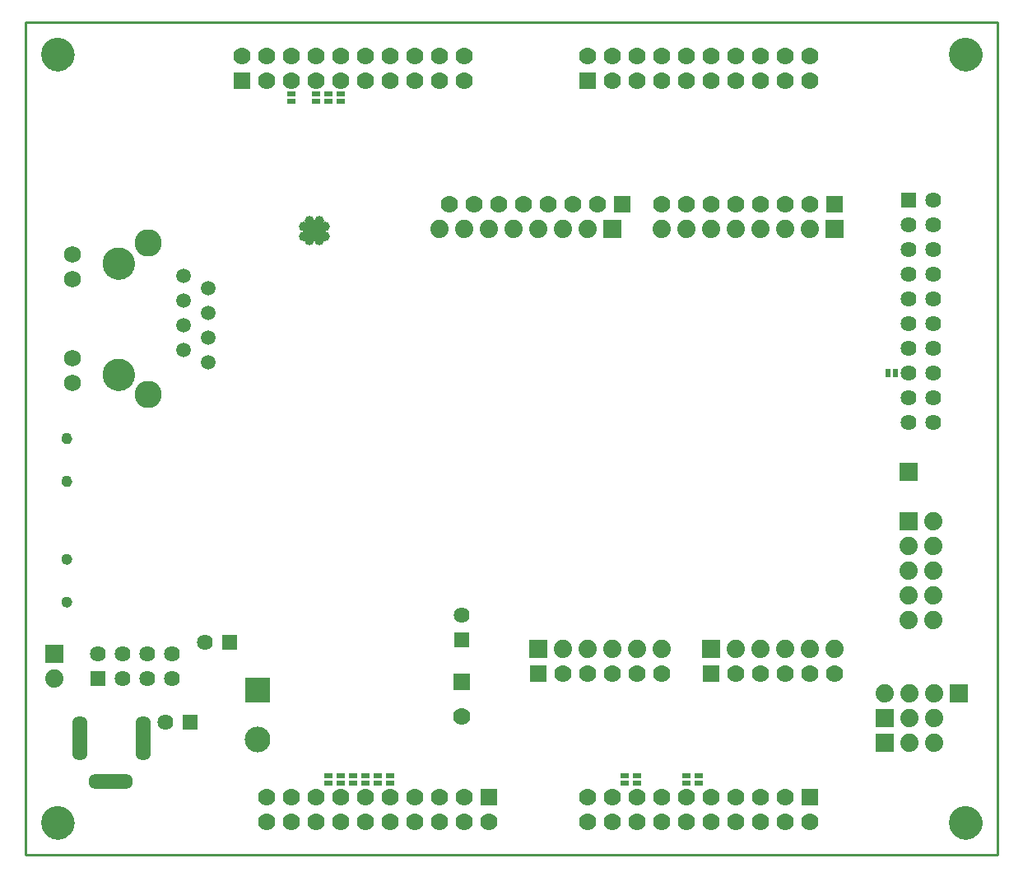
<source format=gbs>
G75*
%MOIN*%
%OFA0B0*%
%FSLAX24Y24*%
%IPPOS*%
%LPD*%
%AMOC8*
5,1,8,0,0,1.08239X$1,22.5*
%
%ADD10C,0.0100*%
%ADD11C,0.0000*%
%ADD12C,0.1340*%
%ADD13R,0.0740X0.0740*%
%ADD14C,0.0740*%
%ADD15R,0.0240X0.0340*%
%ADD16R,0.0640X0.0640*%
%ADD17C,0.0640*%
%ADD18R,0.0700X0.0700*%
%ADD19C,0.0700*%
%ADD20C,0.0634*%
%ADD21C,0.1040*%
%ADD22R,0.1040X0.1040*%
%ADD23C,0.0434*%
%ADD24R,0.0340X0.0240*%
%ADD25C,0.0594*%
%ADD26C,0.1103*%
%ADD27C,0.0690*%
%ADD28C,0.1300*%
%ADD29C,0.0808*%
%ADD30C,0.0397*%
D10*
X008401Y002140D02*
X008401Y035840D01*
X047771Y035840D01*
X047771Y002140D01*
X008401Y002140D01*
D11*
X009051Y003440D02*
X009053Y003490D01*
X009059Y003540D01*
X009069Y003590D01*
X009082Y003638D01*
X009099Y003686D01*
X009120Y003732D01*
X009144Y003776D01*
X009172Y003818D01*
X009203Y003858D01*
X009237Y003895D01*
X009274Y003930D01*
X009313Y003961D01*
X009354Y003990D01*
X009398Y004015D01*
X009444Y004037D01*
X009491Y004055D01*
X009539Y004069D01*
X009588Y004080D01*
X009638Y004087D01*
X009688Y004090D01*
X009739Y004089D01*
X009789Y004084D01*
X009839Y004075D01*
X009887Y004063D01*
X009935Y004046D01*
X009981Y004026D01*
X010026Y004003D01*
X010069Y003976D01*
X010109Y003946D01*
X010147Y003913D01*
X010182Y003877D01*
X010215Y003838D01*
X010244Y003797D01*
X010270Y003754D01*
X010293Y003709D01*
X010312Y003662D01*
X010327Y003614D01*
X010339Y003565D01*
X010347Y003515D01*
X010351Y003465D01*
X010351Y003415D01*
X010347Y003365D01*
X010339Y003315D01*
X010327Y003266D01*
X010312Y003218D01*
X010293Y003171D01*
X010270Y003126D01*
X010244Y003083D01*
X010215Y003042D01*
X010182Y003003D01*
X010147Y002967D01*
X010109Y002934D01*
X010069Y002904D01*
X010026Y002877D01*
X009981Y002854D01*
X009935Y002834D01*
X009887Y002817D01*
X009839Y002805D01*
X009789Y002796D01*
X009739Y002791D01*
X009688Y002790D01*
X009638Y002793D01*
X009588Y002800D01*
X009539Y002811D01*
X009491Y002825D01*
X009444Y002843D01*
X009398Y002865D01*
X009354Y002890D01*
X009313Y002919D01*
X009274Y002950D01*
X009237Y002985D01*
X009203Y003022D01*
X009172Y003062D01*
X009144Y003104D01*
X009120Y003148D01*
X009099Y003194D01*
X009082Y003242D01*
X009069Y003290D01*
X009059Y003340D01*
X009053Y003390D01*
X009051Y003440D01*
X009854Y012384D02*
X009856Y012411D01*
X009862Y012438D01*
X009871Y012464D01*
X009884Y012488D01*
X009900Y012511D01*
X009919Y012530D01*
X009941Y012547D01*
X009965Y012561D01*
X009990Y012571D01*
X010017Y012578D01*
X010044Y012581D01*
X010072Y012580D01*
X010099Y012575D01*
X010125Y012567D01*
X010149Y012555D01*
X010172Y012539D01*
X010193Y012521D01*
X010210Y012500D01*
X010225Y012476D01*
X010236Y012451D01*
X010244Y012425D01*
X010248Y012398D01*
X010248Y012370D01*
X010244Y012343D01*
X010236Y012317D01*
X010225Y012292D01*
X010210Y012268D01*
X010193Y012247D01*
X010172Y012229D01*
X010150Y012213D01*
X010125Y012201D01*
X010099Y012193D01*
X010072Y012188D01*
X010044Y012187D01*
X010017Y012190D01*
X009990Y012197D01*
X009965Y012207D01*
X009941Y012221D01*
X009919Y012238D01*
X009900Y012257D01*
X009884Y012280D01*
X009871Y012304D01*
X009862Y012330D01*
X009856Y012357D01*
X009854Y012384D01*
X009854Y014116D02*
X009856Y014143D01*
X009862Y014170D01*
X009871Y014196D01*
X009884Y014220D01*
X009900Y014243D01*
X009919Y014262D01*
X009941Y014279D01*
X009965Y014293D01*
X009990Y014303D01*
X010017Y014310D01*
X010044Y014313D01*
X010072Y014312D01*
X010099Y014307D01*
X010125Y014299D01*
X010149Y014287D01*
X010172Y014271D01*
X010193Y014253D01*
X010210Y014232D01*
X010225Y014208D01*
X010236Y014183D01*
X010244Y014157D01*
X010248Y014130D01*
X010248Y014102D01*
X010244Y014075D01*
X010236Y014049D01*
X010225Y014024D01*
X010210Y014000D01*
X010193Y013979D01*
X010172Y013961D01*
X010150Y013945D01*
X010125Y013933D01*
X010099Y013925D01*
X010072Y013920D01*
X010044Y013919D01*
X010017Y013922D01*
X009990Y013929D01*
X009965Y013939D01*
X009941Y013953D01*
X009919Y013970D01*
X009900Y013989D01*
X009884Y014012D01*
X009871Y014036D01*
X009862Y014062D01*
X009856Y014089D01*
X009854Y014116D01*
X009854Y017264D02*
X009856Y017291D01*
X009862Y017318D01*
X009871Y017344D01*
X009884Y017368D01*
X009900Y017391D01*
X009919Y017410D01*
X009941Y017427D01*
X009965Y017441D01*
X009990Y017451D01*
X010017Y017458D01*
X010044Y017461D01*
X010072Y017460D01*
X010099Y017455D01*
X010125Y017447D01*
X010149Y017435D01*
X010172Y017419D01*
X010193Y017401D01*
X010210Y017380D01*
X010225Y017356D01*
X010236Y017331D01*
X010244Y017305D01*
X010248Y017278D01*
X010248Y017250D01*
X010244Y017223D01*
X010236Y017197D01*
X010225Y017172D01*
X010210Y017148D01*
X010193Y017127D01*
X010172Y017109D01*
X010150Y017093D01*
X010125Y017081D01*
X010099Y017073D01*
X010072Y017068D01*
X010044Y017067D01*
X010017Y017070D01*
X009990Y017077D01*
X009965Y017087D01*
X009941Y017101D01*
X009919Y017118D01*
X009900Y017137D01*
X009884Y017160D01*
X009871Y017184D01*
X009862Y017210D01*
X009856Y017237D01*
X009854Y017264D01*
X009854Y018996D02*
X009856Y019023D01*
X009862Y019050D01*
X009871Y019076D01*
X009884Y019100D01*
X009900Y019123D01*
X009919Y019142D01*
X009941Y019159D01*
X009965Y019173D01*
X009990Y019183D01*
X010017Y019190D01*
X010044Y019193D01*
X010072Y019192D01*
X010099Y019187D01*
X010125Y019179D01*
X010149Y019167D01*
X010172Y019151D01*
X010193Y019133D01*
X010210Y019112D01*
X010225Y019088D01*
X010236Y019063D01*
X010244Y019037D01*
X010248Y019010D01*
X010248Y018982D01*
X010244Y018955D01*
X010236Y018929D01*
X010225Y018904D01*
X010210Y018880D01*
X010193Y018859D01*
X010172Y018841D01*
X010150Y018825D01*
X010125Y018813D01*
X010099Y018805D01*
X010072Y018800D01*
X010044Y018799D01*
X010017Y018802D01*
X009990Y018809D01*
X009965Y018819D01*
X009941Y018833D01*
X009919Y018850D01*
X009900Y018869D01*
X009884Y018892D01*
X009871Y018916D01*
X009862Y018942D01*
X009856Y018969D01*
X009854Y018996D01*
X011530Y021584D02*
X011532Y021634D01*
X011538Y021684D01*
X011548Y021733D01*
X011562Y021781D01*
X011579Y021828D01*
X011600Y021873D01*
X011625Y021917D01*
X011653Y021958D01*
X011685Y021997D01*
X011719Y022034D01*
X011756Y022068D01*
X011796Y022098D01*
X011838Y022125D01*
X011882Y022149D01*
X011928Y022170D01*
X011975Y022186D01*
X012023Y022199D01*
X012073Y022208D01*
X012122Y022213D01*
X012173Y022214D01*
X012223Y022211D01*
X012272Y022204D01*
X012321Y022193D01*
X012369Y022178D01*
X012415Y022160D01*
X012460Y022138D01*
X012503Y022112D01*
X012544Y022083D01*
X012583Y022051D01*
X012619Y022016D01*
X012651Y021978D01*
X012681Y021938D01*
X012708Y021895D01*
X012731Y021851D01*
X012750Y021805D01*
X012766Y021757D01*
X012778Y021708D01*
X012786Y021659D01*
X012790Y021609D01*
X012790Y021559D01*
X012786Y021509D01*
X012778Y021460D01*
X012766Y021411D01*
X012750Y021363D01*
X012731Y021317D01*
X012708Y021273D01*
X012681Y021230D01*
X012651Y021190D01*
X012619Y021152D01*
X012583Y021117D01*
X012544Y021085D01*
X012503Y021056D01*
X012460Y021030D01*
X012415Y021008D01*
X012369Y020990D01*
X012321Y020975D01*
X012272Y020964D01*
X012223Y020957D01*
X012173Y020954D01*
X012122Y020955D01*
X012073Y020960D01*
X012023Y020969D01*
X011975Y020982D01*
X011928Y020998D01*
X011882Y021019D01*
X011838Y021043D01*
X011796Y021070D01*
X011756Y021100D01*
X011719Y021134D01*
X011685Y021171D01*
X011653Y021210D01*
X011625Y021251D01*
X011600Y021295D01*
X011579Y021340D01*
X011562Y021387D01*
X011548Y021435D01*
X011538Y021484D01*
X011532Y021534D01*
X011530Y021584D01*
X011530Y026084D02*
X011532Y026134D01*
X011538Y026184D01*
X011548Y026233D01*
X011562Y026281D01*
X011579Y026328D01*
X011600Y026373D01*
X011625Y026417D01*
X011653Y026458D01*
X011685Y026497D01*
X011719Y026534D01*
X011756Y026568D01*
X011796Y026598D01*
X011838Y026625D01*
X011882Y026649D01*
X011928Y026670D01*
X011975Y026686D01*
X012023Y026699D01*
X012073Y026708D01*
X012122Y026713D01*
X012173Y026714D01*
X012223Y026711D01*
X012272Y026704D01*
X012321Y026693D01*
X012369Y026678D01*
X012415Y026660D01*
X012460Y026638D01*
X012503Y026612D01*
X012544Y026583D01*
X012583Y026551D01*
X012619Y026516D01*
X012651Y026478D01*
X012681Y026438D01*
X012708Y026395D01*
X012731Y026351D01*
X012750Y026305D01*
X012766Y026257D01*
X012778Y026208D01*
X012786Y026159D01*
X012790Y026109D01*
X012790Y026059D01*
X012786Y026009D01*
X012778Y025960D01*
X012766Y025911D01*
X012750Y025863D01*
X012731Y025817D01*
X012708Y025773D01*
X012681Y025730D01*
X012651Y025690D01*
X012619Y025652D01*
X012583Y025617D01*
X012544Y025585D01*
X012503Y025556D01*
X012460Y025530D01*
X012415Y025508D01*
X012369Y025490D01*
X012321Y025475D01*
X012272Y025464D01*
X012223Y025457D01*
X012173Y025454D01*
X012122Y025455D01*
X012073Y025460D01*
X012023Y025469D01*
X011975Y025482D01*
X011928Y025498D01*
X011882Y025519D01*
X011838Y025543D01*
X011796Y025570D01*
X011756Y025600D01*
X011719Y025634D01*
X011685Y025671D01*
X011653Y025710D01*
X011625Y025751D01*
X011600Y025795D01*
X011579Y025840D01*
X011562Y025887D01*
X011548Y025935D01*
X011538Y025984D01*
X011532Y026034D01*
X011530Y026084D01*
X009051Y034540D02*
X009053Y034590D01*
X009059Y034640D01*
X009069Y034690D01*
X009082Y034738D01*
X009099Y034786D01*
X009120Y034832D01*
X009144Y034876D01*
X009172Y034918D01*
X009203Y034958D01*
X009237Y034995D01*
X009274Y035030D01*
X009313Y035061D01*
X009354Y035090D01*
X009398Y035115D01*
X009444Y035137D01*
X009491Y035155D01*
X009539Y035169D01*
X009588Y035180D01*
X009638Y035187D01*
X009688Y035190D01*
X009739Y035189D01*
X009789Y035184D01*
X009839Y035175D01*
X009887Y035163D01*
X009935Y035146D01*
X009981Y035126D01*
X010026Y035103D01*
X010069Y035076D01*
X010109Y035046D01*
X010147Y035013D01*
X010182Y034977D01*
X010215Y034938D01*
X010244Y034897D01*
X010270Y034854D01*
X010293Y034809D01*
X010312Y034762D01*
X010327Y034714D01*
X010339Y034665D01*
X010347Y034615D01*
X010351Y034565D01*
X010351Y034515D01*
X010347Y034465D01*
X010339Y034415D01*
X010327Y034366D01*
X010312Y034318D01*
X010293Y034271D01*
X010270Y034226D01*
X010244Y034183D01*
X010215Y034142D01*
X010182Y034103D01*
X010147Y034067D01*
X010109Y034034D01*
X010069Y034004D01*
X010026Y033977D01*
X009981Y033954D01*
X009935Y033934D01*
X009887Y033917D01*
X009839Y033905D01*
X009789Y033896D01*
X009739Y033891D01*
X009688Y033890D01*
X009638Y033893D01*
X009588Y033900D01*
X009539Y033911D01*
X009491Y033925D01*
X009444Y033943D01*
X009398Y033965D01*
X009354Y033990D01*
X009313Y034019D01*
X009274Y034050D01*
X009237Y034085D01*
X009203Y034122D01*
X009172Y034162D01*
X009144Y034204D01*
X009120Y034248D01*
X009099Y034294D01*
X009082Y034342D01*
X009069Y034390D01*
X009059Y034440D01*
X009053Y034490D01*
X009051Y034540D01*
X045821Y034540D02*
X045823Y034590D01*
X045829Y034640D01*
X045839Y034690D01*
X045852Y034738D01*
X045869Y034786D01*
X045890Y034832D01*
X045914Y034876D01*
X045942Y034918D01*
X045973Y034958D01*
X046007Y034995D01*
X046044Y035030D01*
X046083Y035061D01*
X046124Y035090D01*
X046168Y035115D01*
X046214Y035137D01*
X046261Y035155D01*
X046309Y035169D01*
X046358Y035180D01*
X046408Y035187D01*
X046458Y035190D01*
X046509Y035189D01*
X046559Y035184D01*
X046609Y035175D01*
X046657Y035163D01*
X046705Y035146D01*
X046751Y035126D01*
X046796Y035103D01*
X046839Y035076D01*
X046879Y035046D01*
X046917Y035013D01*
X046952Y034977D01*
X046985Y034938D01*
X047014Y034897D01*
X047040Y034854D01*
X047063Y034809D01*
X047082Y034762D01*
X047097Y034714D01*
X047109Y034665D01*
X047117Y034615D01*
X047121Y034565D01*
X047121Y034515D01*
X047117Y034465D01*
X047109Y034415D01*
X047097Y034366D01*
X047082Y034318D01*
X047063Y034271D01*
X047040Y034226D01*
X047014Y034183D01*
X046985Y034142D01*
X046952Y034103D01*
X046917Y034067D01*
X046879Y034034D01*
X046839Y034004D01*
X046796Y033977D01*
X046751Y033954D01*
X046705Y033934D01*
X046657Y033917D01*
X046609Y033905D01*
X046559Y033896D01*
X046509Y033891D01*
X046458Y033890D01*
X046408Y033893D01*
X046358Y033900D01*
X046309Y033911D01*
X046261Y033925D01*
X046214Y033943D01*
X046168Y033965D01*
X046124Y033990D01*
X046083Y034019D01*
X046044Y034050D01*
X046007Y034085D01*
X045973Y034122D01*
X045942Y034162D01*
X045914Y034204D01*
X045890Y034248D01*
X045869Y034294D01*
X045852Y034342D01*
X045839Y034390D01*
X045829Y034440D01*
X045823Y034490D01*
X045821Y034540D01*
X045821Y003440D02*
X045823Y003490D01*
X045829Y003540D01*
X045839Y003590D01*
X045852Y003638D01*
X045869Y003686D01*
X045890Y003732D01*
X045914Y003776D01*
X045942Y003818D01*
X045973Y003858D01*
X046007Y003895D01*
X046044Y003930D01*
X046083Y003961D01*
X046124Y003990D01*
X046168Y004015D01*
X046214Y004037D01*
X046261Y004055D01*
X046309Y004069D01*
X046358Y004080D01*
X046408Y004087D01*
X046458Y004090D01*
X046509Y004089D01*
X046559Y004084D01*
X046609Y004075D01*
X046657Y004063D01*
X046705Y004046D01*
X046751Y004026D01*
X046796Y004003D01*
X046839Y003976D01*
X046879Y003946D01*
X046917Y003913D01*
X046952Y003877D01*
X046985Y003838D01*
X047014Y003797D01*
X047040Y003754D01*
X047063Y003709D01*
X047082Y003662D01*
X047097Y003614D01*
X047109Y003565D01*
X047117Y003515D01*
X047121Y003465D01*
X047121Y003415D01*
X047117Y003365D01*
X047109Y003315D01*
X047097Y003266D01*
X047082Y003218D01*
X047063Y003171D01*
X047040Y003126D01*
X047014Y003083D01*
X046985Y003042D01*
X046952Y003003D01*
X046917Y002967D01*
X046879Y002934D01*
X046839Y002904D01*
X046796Y002877D01*
X046751Y002854D01*
X046705Y002834D01*
X046657Y002817D01*
X046609Y002805D01*
X046559Y002796D01*
X046509Y002791D01*
X046458Y002790D01*
X046408Y002793D01*
X046358Y002800D01*
X046309Y002811D01*
X046261Y002825D01*
X046214Y002843D01*
X046168Y002865D01*
X046124Y002890D01*
X046083Y002919D01*
X046044Y002950D01*
X046007Y002985D01*
X045973Y003022D01*
X045942Y003062D01*
X045914Y003104D01*
X045890Y003148D01*
X045869Y003194D01*
X045852Y003242D01*
X045839Y003290D01*
X045829Y003340D01*
X045823Y003390D01*
X045821Y003440D01*
D12*
X046471Y003440D03*
X009701Y003440D03*
X009701Y034540D03*
X046471Y034540D03*
D13*
X041151Y027490D03*
X032151Y027490D03*
X044151Y017640D03*
X044151Y015640D03*
X036151Y010490D03*
X043191Y007680D03*
X043191Y006680D03*
X046191Y008680D03*
X029151Y010490D03*
X009551Y010290D03*
D14*
X009551Y009290D03*
X030151Y010490D03*
X031151Y010490D03*
X032151Y010490D03*
X033151Y010490D03*
X034151Y010490D03*
X037151Y010490D03*
X038151Y010490D03*
X039151Y010490D03*
X040151Y010490D03*
X041151Y010490D03*
X043191Y008680D03*
X044191Y008680D03*
X044191Y007680D03*
X045191Y007680D03*
X045191Y008680D03*
X045191Y006680D03*
X044191Y006680D03*
X044151Y011640D03*
X045151Y011640D03*
X045151Y012640D03*
X044151Y012640D03*
X044151Y013640D03*
X045151Y013640D03*
X045151Y014640D03*
X044151Y014640D03*
X045151Y015640D03*
X040151Y027490D03*
X039151Y027490D03*
X038151Y027490D03*
X037151Y027490D03*
X036151Y027490D03*
X035151Y027490D03*
X034151Y027490D03*
X031151Y027490D03*
X030151Y027490D03*
X029151Y027490D03*
X028151Y027490D03*
X027151Y027490D03*
X026151Y027490D03*
X025151Y027490D03*
D15*
X043341Y021640D03*
X043641Y021640D03*
D16*
X044151Y028640D03*
X026061Y010840D03*
X016661Y010730D03*
X015071Y007500D03*
X011321Y009290D03*
D17*
X011321Y010290D03*
X012321Y010290D03*
X013321Y010290D03*
X013321Y009290D03*
X012321Y009290D03*
X014321Y009290D03*
X014321Y010290D03*
X015661Y010730D03*
X014071Y007500D03*
X026061Y011840D03*
X044151Y019640D03*
X044151Y020640D03*
X045151Y020640D03*
X045151Y019640D03*
X045151Y021640D03*
X044151Y021640D03*
X044151Y022640D03*
X044151Y023640D03*
X045151Y023640D03*
X045151Y022640D03*
X045151Y024640D03*
X044151Y024640D03*
X044151Y025640D03*
X045151Y025640D03*
X045151Y026640D03*
X044151Y026640D03*
X044151Y027640D03*
X045151Y027640D03*
X045151Y028640D03*
D18*
X041151Y028490D03*
X032551Y028490D03*
X031151Y033490D03*
X017151Y033490D03*
X029151Y009490D03*
X026061Y009150D03*
X027151Y004490D03*
X036151Y009490D03*
X040151Y004490D03*
D19*
X039151Y004490D03*
X038151Y004490D03*
X037151Y004490D03*
X036151Y004490D03*
X035151Y004490D03*
X034151Y004490D03*
X033151Y004490D03*
X032151Y004490D03*
X031151Y004490D03*
X031151Y003490D03*
X032151Y003490D03*
X033151Y003490D03*
X034151Y003490D03*
X035151Y003490D03*
X036151Y003490D03*
X037151Y003490D03*
X038151Y003490D03*
X039151Y003490D03*
X040151Y003490D03*
X040151Y009490D03*
X039151Y009490D03*
X038151Y009490D03*
X037151Y009490D03*
X034151Y009490D03*
X033151Y009490D03*
X032151Y009490D03*
X031151Y009490D03*
X030151Y009490D03*
X026061Y007750D03*
X026151Y004490D03*
X025151Y004490D03*
X024151Y004490D03*
X023151Y004490D03*
X022151Y004490D03*
X021151Y004490D03*
X020151Y004490D03*
X019151Y004490D03*
X018151Y004490D03*
X018151Y003490D03*
X019151Y003490D03*
X020151Y003490D03*
X021151Y003490D03*
X022151Y003490D03*
X023151Y003490D03*
X024151Y003490D03*
X025151Y003490D03*
X026151Y003490D03*
X027151Y003490D03*
X041151Y009490D03*
X040151Y028490D03*
X039151Y028490D03*
X038151Y028490D03*
X037151Y028490D03*
X036151Y028490D03*
X035151Y028490D03*
X034151Y028490D03*
X031551Y028490D03*
X030551Y028490D03*
X029551Y028490D03*
X028551Y028490D03*
X027551Y028490D03*
X026551Y028490D03*
X025551Y028490D03*
X025151Y033490D03*
X024151Y033490D03*
X023151Y033490D03*
X022151Y033490D03*
X021151Y033490D03*
X020151Y033490D03*
X019151Y033490D03*
X018151Y033490D03*
X018151Y034490D03*
X017151Y034490D03*
X019151Y034490D03*
X020151Y034490D03*
X021151Y034490D03*
X022151Y034490D03*
X023151Y034490D03*
X024151Y034490D03*
X025151Y034490D03*
X026151Y034490D03*
X026151Y033490D03*
X031151Y034490D03*
X032151Y034490D03*
X033151Y034490D03*
X034151Y034490D03*
X035151Y034490D03*
X036151Y034490D03*
X037151Y034490D03*
X038151Y034490D03*
X039151Y034490D03*
X040151Y034490D03*
X040151Y033490D03*
X039151Y033490D03*
X038151Y033490D03*
X037151Y033490D03*
X036151Y033490D03*
X035151Y033490D03*
X034151Y033490D03*
X033151Y033490D03*
X032151Y033490D03*
D20*
X013151Y007451D03*
X013151Y007254D03*
X013151Y007057D03*
X013151Y006860D03*
X013151Y006663D03*
X013151Y006466D03*
X013151Y006270D03*
X012442Y005108D03*
X012246Y005108D03*
X012049Y005108D03*
X011852Y005108D03*
X011655Y005108D03*
X011458Y005108D03*
X011261Y005108D03*
X010592Y006270D03*
X010592Y006466D03*
X010592Y006663D03*
X010592Y006860D03*
X010592Y007057D03*
X010592Y007254D03*
X010592Y007451D03*
D21*
X017791Y006820D03*
D22*
X017791Y008820D03*
D23*
X010051Y012384D03*
X010051Y014116D03*
X010051Y017264D03*
X010051Y018996D03*
D24*
X019151Y032640D03*
X019151Y032940D03*
X020151Y032940D03*
X020151Y032640D03*
X020651Y032640D03*
X020651Y032940D03*
X021151Y032940D03*
X021151Y032640D03*
X021151Y005330D03*
X021151Y005030D03*
X020651Y005030D03*
X020651Y005330D03*
X021651Y005330D03*
X021651Y005030D03*
X022151Y005030D03*
X022151Y005330D03*
X022651Y005330D03*
X022651Y005030D03*
X023151Y005030D03*
X023151Y005330D03*
X032651Y005330D03*
X032651Y005030D03*
X033151Y005030D03*
X033151Y005330D03*
X035151Y005330D03*
X035151Y005030D03*
X035651Y005030D03*
X035651Y005330D03*
D25*
X015798Y022088D03*
X014798Y022588D03*
X014798Y023588D03*
X015798Y024088D03*
X015798Y023088D03*
X014798Y024588D03*
X014798Y025588D03*
X015798Y025088D03*
D26*
X013361Y026905D03*
X013361Y020763D03*
D27*
X010290Y021231D03*
X010281Y022231D03*
X010290Y025436D03*
X010281Y026436D03*
D28*
X012160Y026084D03*
X012160Y021584D03*
D29*
X020101Y027390D03*
D30*
X019904Y026996D03*
X019668Y027193D03*
X019668Y027587D03*
X019904Y027823D03*
X020298Y027823D03*
X020534Y027587D03*
X020534Y027193D03*
X020298Y026996D03*
M02*

</source>
